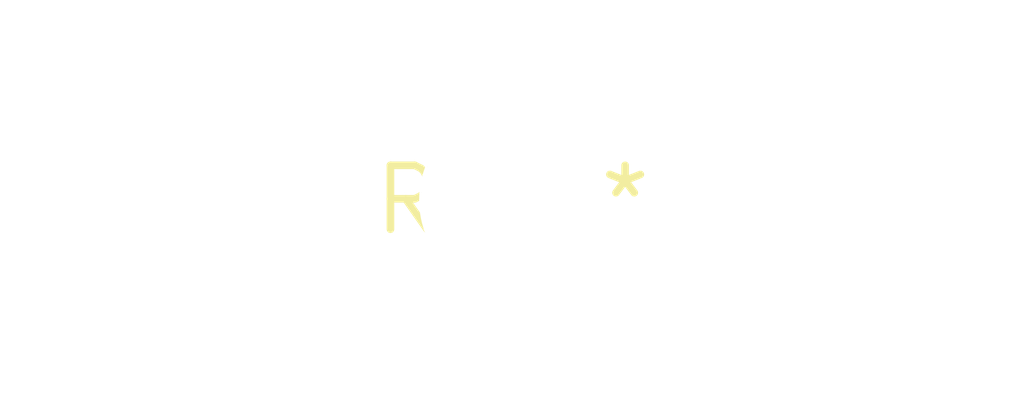
<source format=kicad_pcb>
(kicad_pcb (version 20240108) (generator pcbnew)
  (layers (0 "F.Cu" signal) (31 "B.Cu" signal) (34 "B.Paste" user) (35 "F.Paste" user) (36 "B.SilkS" user "B.Silkscreen") (37 "F.SilkS" user "F.Silkscreen") (38 "B.Mask" user) (39 "F.Mask" user) (44 "Edge.Cuts" user))
  (net 0 "")
  (footprint "MountingHole_3.7mm" (layer "F.Cu") (at 0 0)
    (property "Reference" "REF**")
    (property "Value" "MountingHole_3.7mm")
    (pad "" np_thru_hole circle (at 0 0) (size 3.7 3.7) (drill 3.7) (layers *.Cu *.Mask))
  )
)
</source>
